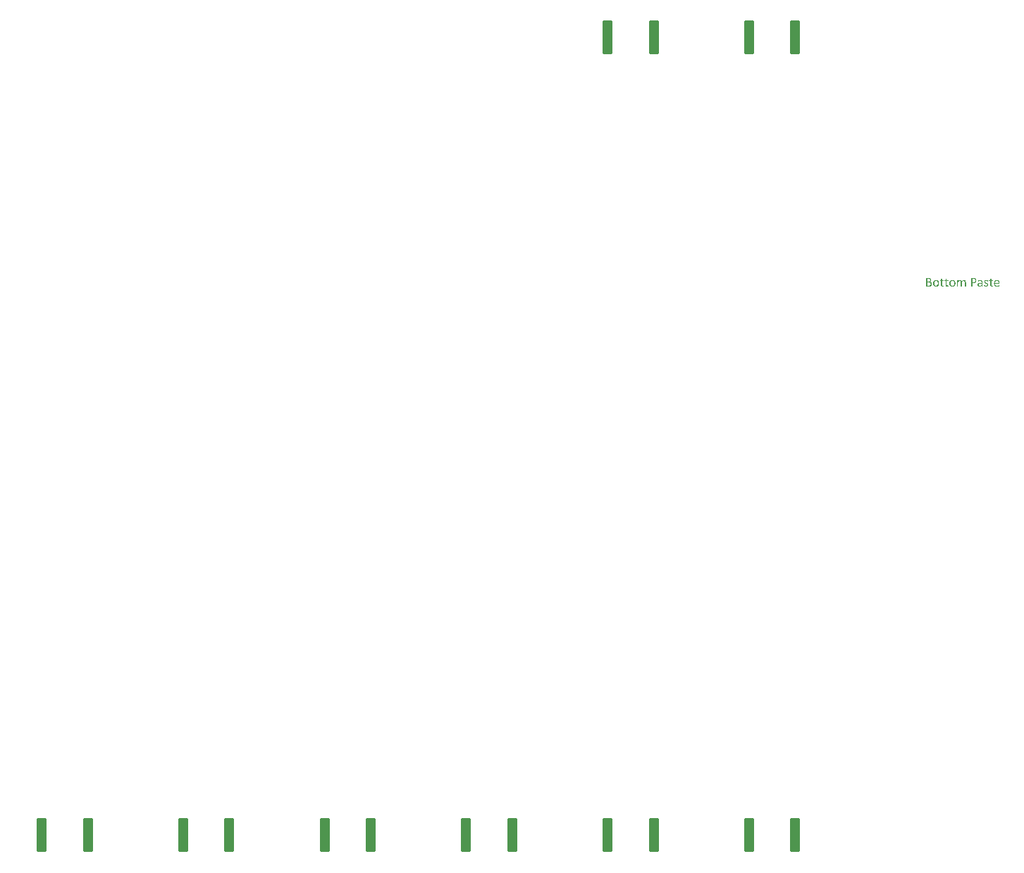
<source format=gbp>
G04*
G04 #@! TF.GenerationSoftware,Altium Limited,Altium Designer,21.2.2 (38)*
G04*
G04 Layer_Color=128*
%FSLAX44Y44*%
%MOMM*%
G71*
G04*
G04 #@! TF.SameCoordinates,2A35CB41-4F08-4B63-A201-FD04A52A5515*
G04*
G04*
G04 #@! TF.FilePolarity,Positive*
G04*
G01*
G75*
G04:AMPARAMS|DCode=118|XSize=1.21mm|YSize=4.06mm|CornerRadius=0.23mm|HoleSize=0mm|Usage=FLASHONLY|Rotation=0.000|XOffset=0mm|YOffset=0mm|HoleType=Round|Shape=RoundedRectangle|*
%AMROUNDEDRECTD118*
21,1,1.2100,3.6000,0,0,0.0*
21,1,0.7500,4.0600,0,0,0.0*
1,1,0.4600,0.3750,-1.8000*
1,1,0.4600,-0.3750,-1.8000*
1,1,0.4600,-0.3750,1.8000*
1,1,0.4600,0.3750,1.8000*
%
%ADD118ROUNDEDRECTD118*%
G36*
X1145458Y687888D02*
X1145625Y687870D01*
X1145810Y687851D01*
X1146014Y687795D01*
X1146199Y687740D01*
X1146384Y687647D01*
X1146403Y687629D01*
X1146458Y687610D01*
X1146551Y687555D01*
X1146662Y687481D01*
X1146773Y687388D01*
X1146903Y687277D01*
X1147032Y687147D01*
X1147143Y686999D01*
X1147162Y686981D01*
X1147199Y686925D01*
X1147236Y686833D01*
X1147310Y686721D01*
X1147384Y686592D01*
X1147439Y686425D01*
X1147514Y686240D01*
X1147569Y686036D01*
Y686018D01*
X1147588Y685944D01*
X1147606Y685833D01*
X1147643Y685685D01*
X1147662Y685518D01*
X1147680Y685333D01*
X1147699Y684888D01*
Y680333D01*
Y680315D01*
Y680296D01*
X1147662Y680222D01*
X1147643Y680204D01*
X1147551Y680148D01*
X1147532D01*
X1147495Y680130D01*
X1147439D01*
X1147347Y680111D01*
X1147254D01*
X1147162Y680093D01*
X1146810D01*
X1146699Y680111D01*
X1146680D01*
X1146625Y680130D01*
X1146551D01*
X1146495Y680148D01*
X1146477D01*
X1146458Y680167D01*
X1146384Y680222D01*
Y680259D01*
X1146366Y680333D01*
Y684703D01*
Y684722D01*
Y684777D01*
Y684870D01*
X1146347Y684981D01*
X1146329Y685259D01*
X1146273Y685536D01*
Y685555D01*
X1146255Y685611D01*
X1146236Y685666D01*
X1146217Y685759D01*
X1146125Y685981D01*
X1146014Y686185D01*
Y686203D01*
X1145977Y686240D01*
X1145903Y686351D01*
X1145754Y686481D01*
X1145569Y686610D01*
X1145551D01*
X1145514Y686629D01*
X1145458Y686666D01*
X1145384Y686684D01*
X1145181Y686740D01*
X1144940Y686759D01*
X1144866D01*
X1144773Y686740D01*
X1144643Y686721D01*
X1144514Y686666D01*
X1144347Y686610D01*
X1144181Y686518D01*
X1144014Y686388D01*
X1143996Y686370D01*
X1143940Y686333D01*
X1143847Y686240D01*
X1143718Y686129D01*
X1143570Y685981D01*
X1143403Y685814D01*
X1143218Y685611D01*
X1143014Y685370D01*
Y680333D01*
Y680315D01*
Y680296D01*
X1142977Y680222D01*
X1142959Y680204D01*
X1142866Y680148D01*
X1142847D01*
X1142810Y680130D01*
X1142755D01*
X1142662Y680111D01*
X1142570D01*
X1142477Y680093D01*
X1142144D01*
X1142033Y680111D01*
X1142014D01*
X1141959Y680130D01*
X1141885D01*
X1141829Y680148D01*
X1141811D01*
X1141792Y680167D01*
X1141718Y680222D01*
Y680259D01*
X1141699Y680333D01*
Y684703D01*
Y684722D01*
Y684777D01*
Y684870D01*
X1141681Y684981D01*
X1141662Y685259D01*
X1141607Y685536D01*
Y685555D01*
X1141588Y685611D01*
X1141570Y685666D01*
X1141533Y685759D01*
X1141459Y685981D01*
X1141329Y686185D01*
Y686203D01*
X1141292Y686240D01*
X1141218Y686351D01*
X1141070Y686481D01*
X1140885Y686610D01*
X1140866D01*
X1140848Y686629D01*
X1140792Y686666D01*
X1140718Y686684D01*
X1140514Y686740D01*
X1140255Y686759D01*
X1140181D01*
X1140088Y686740D01*
X1139959Y686721D01*
X1139829Y686666D01*
X1139663Y686610D01*
X1139496Y686518D01*
X1139329Y686388D01*
X1139311Y686370D01*
X1139255Y686333D01*
X1139163Y686240D01*
X1139033Y686129D01*
X1138885Y685981D01*
X1138718Y685814D01*
X1138533Y685611D01*
X1138329Y685370D01*
Y680333D01*
Y680315D01*
Y680296D01*
X1138292Y680222D01*
X1138274Y680204D01*
X1138181Y680148D01*
X1138163D01*
X1138126Y680130D01*
X1138070D01*
X1137978Y680111D01*
X1137904D01*
X1137792Y680093D01*
X1137441D01*
X1137329Y680111D01*
X1137311D01*
X1137274Y680130D01*
X1137144Y680148D01*
X1137126D01*
X1137107Y680167D01*
X1137033Y680222D01*
Y680259D01*
X1137015Y680333D01*
Y687536D01*
Y687555D01*
Y687573D01*
X1137033Y687647D01*
X1137052Y687666D01*
X1137089Y687703D01*
X1137126Y687721D01*
X1137144D01*
X1137181Y687740D01*
X1137237Y687758D01*
X1137311Y687777D01*
X1137329D01*
X1137385Y687795D01*
X1137792D01*
X1137885Y687777D01*
X1137904D01*
X1137959Y687758D01*
X1138015Y687740D01*
X1138070Y687721D01*
X1138089D01*
X1138107Y687703D01*
X1138144Y687684D01*
X1138163Y687647D01*
X1138181Y687629D01*
X1138200Y687536D01*
Y686592D01*
X1138218Y686629D01*
X1138311Y686703D01*
X1138422Y686814D01*
X1138570Y686962D01*
X1138737Y687129D01*
X1138940Y687296D01*
X1139144Y687444D01*
X1139366Y687573D01*
X1139385Y687592D01*
X1139459Y687629D01*
X1139588Y687684D01*
X1139737Y687740D01*
X1139903Y687795D01*
X1140107Y687851D01*
X1140311Y687888D01*
X1140533Y687907D01*
X1140699D01*
X1140792Y687888D01*
X1141051Y687870D01*
X1141329Y687795D01*
X1141348D01*
X1141385Y687777D01*
X1141459Y687758D01*
X1141551Y687721D01*
X1141755Y687629D01*
X1141959Y687499D01*
X1141977D01*
X1142014Y687462D01*
X1142125Y687370D01*
X1142273Y687240D01*
X1142421Y687055D01*
X1142440Y687036D01*
X1142459Y687018D01*
X1142496Y686962D01*
X1142533Y686888D01*
X1142644Y686703D01*
X1142755Y686481D01*
X1142773Y686499D01*
X1142810Y686555D01*
X1142885Y686610D01*
X1142977Y686703D01*
X1143181Y686925D01*
X1143421Y687129D01*
X1143440Y687147D01*
X1143477Y687185D01*
X1143551Y687222D01*
X1143625Y687296D01*
X1143829Y687425D01*
X1144051Y687573D01*
X1144070D01*
X1144107Y687610D01*
X1144162Y687629D01*
X1144236Y687666D01*
X1144440Y687740D01*
X1144643Y687814D01*
X1144662D01*
X1144699Y687832D01*
X1144755Y687851D01*
X1144829Y687870D01*
X1144995Y687888D01*
X1145218Y687907D01*
X1145329D01*
X1145458Y687888D01*
D02*
G37*
G36*
X1172696Y687888D02*
X1172900Y687851D01*
X1172955D01*
X1173011Y687833D01*
X1173085Y687814D01*
X1173252Y687777D01*
X1173418Y687721D01*
X1173437D01*
X1173455Y687703D01*
X1173567Y687684D01*
X1173696Y687629D01*
X1173826Y687573D01*
X1173863Y687555D01*
X1173918Y687518D01*
X1173992Y687481D01*
X1174066Y687425D01*
X1174085D01*
X1174122Y687388D01*
X1174159Y687351D01*
X1174177Y687314D01*
X1174196Y687277D01*
X1174214Y687203D01*
Y687185D01*
X1174233Y687166D01*
X1174252Y687055D01*
Y687036D01*
X1174270Y686999D01*
Y686925D01*
Y686851D01*
Y686833D01*
Y686759D01*
Y686684D01*
X1174252Y686592D01*
Y686573D01*
X1174233Y686536D01*
X1174196Y686444D01*
X1174177Y686407D01*
X1174140Y686351D01*
X1174122D01*
X1174048Y686333D01*
X1174029D01*
X1173992Y686351D01*
X1173937Y686370D01*
X1173844Y686407D01*
X1173826Y686425D01*
X1173752Y686462D01*
X1173641Y686518D01*
X1173492Y686592D01*
X1173455Y686610D01*
X1173363Y686666D01*
X1173196Y686722D01*
X1172992Y686796D01*
X1172974D01*
X1172937Y686814D01*
X1172881Y686833D01*
X1172807Y686851D01*
X1172585Y686870D01*
X1172326Y686888D01*
X1172215D01*
X1172122Y686870D01*
X1171937Y686851D01*
X1171733Y686796D01*
X1171715D01*
X1171696Y686777D01*
X1171585Y686740D01*
X1171437Y686666D01*
X1171307Y686573D01*
X1171289Y686555D01*
X1171215Y686481D01*
X1171141Y686370D01*
X1171067Y686240D01*
X1171048Y686203D01*
X1171030Y686129D01*
X1171011Y685999D01*
X1170993Y685833D01*
Y685814D01*
Y685777D01*
Y685722D01*
X1171011Y685648D01*
X1171048Y685481D01*
X1171141Y685296D01*
X1171178Y685259D01*
X1171252Y685166D01*
X1171382Y685055D01*
X1171548Y684925D01*
X1171567D01*
X1171604Y684907D01*
X1171641Y684870D01*
X1171715Y684833D01*
X1171900Y684740D01*
X1172141Y684648D01*
X1172159D01*
X1172196Y684629D01*
X1172270Y684592D01*
X1172344Y684574D01*
X1172567Y684481D01*
X1172807Y684389D01*
X1172826D01*
X1172863Y684370D01*
X1172937Y684333D01*
X1173011Y684296D01*
X1173233Y684203D01*
X1173474Y684074D01*
X1173492D01*
X1173529Y684037D01*
X1173585Y684000D01*
X1173678Y683963D01*
X1173863Y683833D01*
X1174066Y683666D01*
X1174085Y683648D01*
X1174103Y683629D01*
X1174159Y683574D01*
X1174214Y683518D01*
X1174344Y683333D01*
X1174474Y683092D01*
Y683074D01*
X1174492Y683037D01*
X1174529Y682963D01*
X1174566Y682870D01*
X1174585Y682759D01*
X1174622Y682611D01*
X1174640Y682296D01*
Y682278D01*
Y682204D01*
X1174622Y682092D01*
Y681963D01*
X1174585Y681815D01*
X1174548Y681648D01*
X1174492Y681481D01*
X1174418Y681315D01*
Y681296D01*
X1174381Y681241D01*
X1174326Y681167D01*
X1174270Y681074D01*
X1174085Y680833D01*
X1173844Y680593D01*
X1173826Y680574D01*
X1173770Y680537D01*
X1173696Y680500D01*
X1173604Y680426D01*
X1173474Y680352D01*
X1173307Y680278D01*
X1173141Y680204D01*
X1172955Y680148D01*
X1172937D01*
X1172863Y680130D01*
X1172752Y680111D01*
X1172622Y680074D01*
X1172456Y680056D01*
X1172252Y680018D01*
X1172030Y680000D01*
X1171659D01*
X1171567Y680018D01*
X1171326Y680037D01*
X1171067Y680074D01*
X1171048D01*
X1171011Y680093D01*
X1170956D01*
X1170863Y680111D01*
X1170678Y680148D01*
X1170456Y680204D01*
X1170437D01*
X1170419Y680222D01*
X1170289Y680259D01*
X1170141Y680315D01*
X1169974Y680389D01*
X1169937Y680407D01*
X1169863Y680463D01*
X1169771Y680518D01*
X1169697Y680574D01*
X1169678Y680592D01*
X1169660Y680630D01*
X1169622Y680704D01*
X1169585Y680796D01*
Y680815D01*
X1169567Y680907D01*
X1169548Y681018D01*
Y681185D01*
Y681204D01*
Y681278D01*
Y681352D01*
Y681444D01*
Y681463D01*
X1169567Y681500D01*
Y681555D01*
X1169585Y681611D01*
Y681629D01*
X1169604Y681648D01*
X1169641Y681685D01*
X1169660Y681703D01*
X1169678D01*
X1169697Y681722D01*
X1169771Y681741D01*
X1169789D01*
X1169826Y681722D01*
X1169900Y681703D01*
X1170011Y681629D01*
X1170048Y681611D01*
X1170141Y681555D01*
X1170270Y681481D01*
X1170437Y681389D01*
X1170456D01*
X1170493Y681370D01*
X1170530Y681352D01*
X1170604Y681315D01*
X1170789Y681241D01*
X1171030Y681148D01*
X1171048D01*
X1171085Y681130D01*
X1171159Y681111D01*
X1171270D01*
X1171382Y681093D01*
X1171530Y681074D01*
X1171844Y681056D01*
X1172048D01*
X1172233Y681074D01*
X1172437Y681111D01*
X1172456D01*
X1172493Y681130D01*
X1172604Y681167D01*
X1172752Y681222D01*
X1172918Y681315D01*
X1172937D01*
X1172955Y681333D01*
X1173029Y681426D01*
X1173141Y681537D01*
X1173233Y681685D01*
Y681704D01*
X1173252Y681722D01*
X1173289Y681833D01*
X1173326Y682000D01*
X1173344Y682204D01*
Y682222D01*
Y682259D01*
Y682315D01*
X1173326Y682370D01*
X1173270Y682537D01*
X1173178Y682703D01*
Y682722D01*
X1173159Y682740D01*
X1173066Y682833D01*
X1172937Y682963D01*
X1172770Y683074D01*
X1172752D01*
X1172733Y683111D01*
X1172678Y683129D01*
X1172604Y683166D01*
X1172418Y683259D01*
X1172196Y683352D01*
X1172178D01*
X1172141Y683370D01*
X1172085Y683407D01*
X1171993Y683426D01*
X1171789Y683518D01*
X1171530Y683611D01*
X1171511D01*
X1171474Y683629D01*
X1171400Y683666D01*
X1171326Y683703D01*
X1171104Y683814D01*
X1170863Y683925D01*
X1170844D01*
X1170807Y683963D01*
X1170752Y684000D01*
X1170678Y684037D01*
X1170493Y684166D01*
X1170289Y684333D01*
X1170270Y684351D01*
X1170252Y684388D01*
X1170196Y684426D01*
X1170141Y684500D01*
X1170011Y684685D01*
X1169882Y684925D01*
Y684944D01*
X1169863Y684981D01*
X1169845Y685055D01*
X1169808Y685166D01*
X1169789Y685277D01*
X1169752Y685425D01*
X1169734Y685759D01*
Y685777D01*
Y685833D01*
Y685907D01*
X1169752Y686018D01*
X1169789Y686277D01*
X1169882Y686573D01*
Y686592D01*
X1169919Y686647D01*
X1169956Y686721D01*
X1170011Y686814D01*
X1170159Y687036D01*
X1170363Y687259D01*
X1170382Y687277D01*
X1170419Y687314D01*
X1170493Y687370D01*
X1170585Y687425D01*
X1170715Y687499D01*
X1170844Y687573D01*
X1171178Y687721D01*
X1171196D01*
X1171270Y687758D01*
X1171363Y687777D01*
X1171511Y687814D01*
X1171678Y687851D01*
X1171881Y687870D01*
X1172104Y687907D01*
X1172511D01*
X1172696Y687888D01*
D02*
G37*
G36*
X1103407Y690480D02*
X1103648Y690462D01*
X1103907Y690425D01*
X1104148Y690369D01*
X1104388Y690314D01*
X1104407D01*
X1104481Y690277D01*
X1104592Y690240D01*
X1104740Y690184D01*
X1105055Y690017D01*
X1105222Y689906D01*
X1105370Y689795D01*
X1105388Y689777D01*
X1105444Y689740D01*
X1105518Y689666D01*
X1105592Y689573D01*
X1105703Y689444D01*
X1105796Y689295D01*
X1105888Y689147D01*
X1105981Y688962D01*
X1105999Y688943D01*
X1106018Y688869D01*
X1106055Y688777D01*
X1106092Y688647D01*
X1106129Y688481D01*
X1106148Y688295D01*
X1106185Y688092D01*
Y687870D01*
Y687851D01*
Y687814D01*
Y687740D01*
X1106166Y687647D01*
X1106148Y687425D01*
X1106092Y687166D01*
Y687147D01*
X1106074Y687110D01*
X1106055Y687036D01*
X1106018Y686962D01*
X1105944Y686759D01*
X1105814Y686536D01*
Y686518D01*
X1105777Y686499D01*
X1105703Y686370D01*
X1105574Y686203D01*
X1105388Y686036D01*
X1105370D01*
X1105351Y685999D01*
X1105296Y685962D01*
X1105222Y685907D01*
X1105036Y685796D01*
X1104796Y685666D01*
X1104814D01*
X1104870Y685648D01*
X1104944Y685629D01*
X1105055Y685611D01*
X1105314Y685518D01*
X1105592Y685370D01*
X1105611D01*
X1105648Y685333D01*
X1105722Y685296D01*
X1105814Y685222D01*
X1106018Y685055D01*
X1106222Y684833D01*
X1106240Y684814D01*
X1106277Y684777D01*
X1106314Y684703D01*
X1106388Y684611D01*
X1106444Y684500D01*
X1106518Y684370D01*
X1106666Y684055D01*
Y684037D01*
X1106684Y683981D01*
X1106721Y683888D01*
X1106759Y683777D01*
X1106777Y683629D01*
X1106814Y683481D01*
X1106833Y683111D01*
Y683092D01*
Y683018D01*
Y682926D01*
X1106814Y682814D01*
X1106796Y682666D01*
X1106777Y682518D01*
X1106703Y682204D01*
Y682185D01*
X1106684Y682129D01*
X1106647Y682055D01*
X1106610Y681963D01*
X1106499Y681722D01*
X1106351Y681463D01*
X1106333Y681444D01*
X1106314Y681407D01*
X1106259Y681352D01*
X1106203Y681259D01*
X1106036Y681074D01*
X1105814Y680889D01*
X1105796Y680870D01*
X1105759Y680852D01*
X1105685Y680796D01*
X1105611Y680741D01*
X1105499Y680685D01*
X1105370Y680611D01*
X1105092Y680481D01*
X1105074D01*
X1105018Y680463D01*
X1104944Y680426D01*
X1104833Y680389D01*
X1104722Y680352D01*
X1104574Y680296D01*
X1104240Y680222D01*
X1104222D01*
X1104166Y680204D01*
X1104074D01*
X1103944Y680185D01*
X1103796Y680167D01*
X1103611D01*
X1103426Y680148D01*
X1100463D01*
X1100389Y680167D01*
X1100278Y680204D01*
X1100148Y680259D01*
X1100130Y680278D01*
X1100074Y680370D01*
X1100018Y680500D01*
X1100000Y680704D01*
Y689925D01*
Y689943D01*
Y689980D01*
X1100018Y690092D01*
X1100056Y690240D01*
X1100148Y690369D01*
X1100185Y690388D01*
X1100259Y690443D01*
X1100370Y690480D01*
X1100500Y690499D01*
X1103203D01*
X1103407Y690480D01*
D02*
G37*
G36*
X1165308Y687888D02*
X1165512Y687870D01*
X1165734Y687832D01*
X1165956Y687777D01*
X1166160Y687721D01*
X1166178D01*
X1166252Y687684D01*
X1166345Y687647D01*
X1166475Y687592D01*
X1166771Y687425D01*
X1166919Y687314D01*
X1167049Y687203D01*
X1167067Y687185D01*
X1167104Y687147D01*
X1167160Y687073D01*
X1167234Y686981D01*
X1167308Y686851D01*
X1167400Y686703D01*
X1167475Y686536D01*
X1167530Y686351D01*
Y686333D01*
X1167549Y686259D01*
X1167586Y686166D01*
X1167623Y686018D01*
X1167641Y685851D01*
X1167678Y685648D01*
X1167697Y685425D01*
Y685185D01*
Y680315D01*
Y680296D01*
Y680259D01*
X1167660Y680222D01*
X1167623Y680185D01*
X1167604D01*
X1167586Y680167D01*
X1167530Y680148D01*
X1167438Y680130D01*
X1167419D01*
X1167363Y680111D01*
X1167252Y680093D01*
X1167012D01*
X1166900Y680111D01*
X1166789Y680130D01*
X1166771D01*
X1166715Y680148D01*
X1166660Y680167D01*
X1166604Y680185D01*
X1166586Y680222D01*
X1166567Y680259D01*
X1166549Y680315D01*
Y681037D01*
X1166530Y681018D01*
X1166475Y680963D01*
X1166364Y680870D01*
X1166252Y680759D01*
X1166086Y680630D01*
X1165901Y680500D01*
X1165715Y680370D01*
X1165493Y680259D01*
X1165475Y680241D01*
X1165401Y680222D01*
X1165271Y680185D01*
X1165123Y680130D01*
X1164938Y680074D01*
X1164734Y680037D01*
X1164512Y680018D01*
X1164271Y680000D01*
X1164067D01*
X1163919Y680018D01*
X1163771Y680037D01*
X1163586Y680056D01*
X1163234Y680148D01*
X1163216D01*
X1163160Y680167D01*
X1163067Y680204D01*
X1162975Y680241D01*
X1162716Y680370D01*
X1162457Y680555D01*
X1162438Y680574D01*
X1162401Y680611D01*
X1162345Y680667D01*
X1162271Y680759D01*
X1162197Y680852D01*
X1162105Y680981D01*
X1161957Y681259D01*
Y681278D01*
X1161938Y681333D01*
X1161901Y681407D01*
X1161882Y681537D01*
X1161845Y681666D01*
X1161808Y681815D01*
X1161790Y682185D01*
Y682204D01*
Y682278D01*
X1161808Y682389D01*
X1161827Y682537D01*
X1161845Y682703D01*
X1161901Y682870D01*
X1161957Y683055D01*
X1162031Y683222D01*
X1162049Y683240D01*
X1162068Y683296D01*
X1162123Y683389D01*
X1162216Y683500D01*
X1162308Y683611D01*
X1162438Y683740D01*
X1162568Y683870D01*
X1162734Y683981D01*
X1162753Y684000D01*
X1162827Y684037D01*
X1162919Y684092D01*
X1163049Y684148D01*
X1163216Y684222D01*
X1163401Y684296D01*
X1163623Y684370D01*
X1163864Y684426D01*
X1163901D01*
X1163993Y684444D01*
X1164123Y684481D01*
X1164308Y684500D01*
X1164530Y684537D01*
X1164790Y684555D01*
X1165086Y684574D01*
X1166382D01*
Y685129D01*
Y685148D01*
Y685203D01*
Y685277D01*
X1166364Y685370D01*
X1166345Y685611D01*
X1166289Y685851D01*
Y685870D01*
X1166271Y685907D01*
X1166252Y685962D01*
X1166215Y686036D01*
X1166123Y686222D01*
X1165993Y686388D01*
Y686407D01*
X1165956Y686425D01*
X1165864Y686518D01*
X1165697Y686629D01*
X1165493Y686721D01*
X1165475D01*
X1165438Y686740D01*
X1165364Y686759D01*
X1165290Y686777D01*
X1165178Y686796D01*
X1165049Y686814D01*
X1164734Y686833D01*
X1164549D01*
X1164438Y686814D01*
X1164141Y686777D01*
X1163845Y686703D01*
X1163827D01*
X1163790Y686684D01*
X1163716Y686666D01*
X1163623Y686629D01*
X1163401Y686555D01*
X1163179Y686444D01*
X1163160D01*
X1163123Y686425D01*
X1163067Y686407D01*
X1163012Y686370D01*
X1162845Y686296D01*
X1162679Y686203D01*
X1162642Y686185D01*
X1162568Y686148D01*
X1162475Y686111D01*
X1162401Y686092D01*
X1162364D01*
X1162271Y686111D01*
X1162253Y686129D01*
X1162197Y686203D01*
Y686222D01*
X1162179Y686259D01*
X1162142Y686370D01*
Y686388D01*
Y686444D01*
Y686518D01*
Y686592D01*
Y686610D01*
Y686629D01*
Y686703D01*
Y686814D01*
X1162160Y686907D01*
Y686925D01*
X1162197Y686981D01*
X1162234Y687055D01*
X1162290Y687129D01*
X1162308Y687147D01*
X1162382Y687203D01*
X1162494Y687277D01*
X1162660Y687370D01*
X1162679D01*
X1162716Y687388D01*
X1162771Y687425D01*
X1162845Y687462D01*
X1163030Y687536D01*
X1163271Y687629D01*
X1163290D01*
X1163327Y687647D01*
X1163401Y687666D01*
X1163493Y687703D01*
X1163605Y687721D01*
X1163734Y687758D01*
X1164030Y687814D01*
X1164049D01*
X1164105Y687832D01*
X1164178Y687851D01*
X1164290Y687870D01*
X1164401D01*
X1164549Y687888D01*
X1164845Y687907D01*
X1165123D01*
X1165308Y687888D01*
D02*
G37*
G36*
X1157124Y690480D02*
X1157346Y690462D01*
X1157402D01*
X1157476Y690443D01*
X1157550Y690425D01*
X1157661Y690406D01*
X1157790Y690388D01*
X1158087Y690332D01*
X1158105D01*
X1158161Y690314D01*
X1158253Y690295D01*
X1158346Y690258D01*
X1158475Y690221D01*
X1158624Y690166D01*
X1158938Y689999D01*
X1158957Y689980D01*
X1159012Y689962D01*
X1159087Y689906D01*
X1159198Y689832D01*
X1159438Y689629D01*
X1159679Y689369D01*
X1159697Y689351D01*
X1159735Y689314D01*
X1159790Y689221D01*
X1159864Y689129D01*
X1159938Y688999D01*
X1160012Y688851D01*
X1160160Y688518D01*
Y688499D01*
X1160179Y688425D01*
X1160216Y688333D01*
X1160253Y688203D01*
X1160272Y688055D01*
X1160309Y687870D01*
X1160327Y687462D01*
Y687425D01*
Y687333D01*
X1160309Y687185D01*
X1160290Y686999D01*
X1160272Y686777D01*
X1160216Y686536D01*
X1160160Y686296D01*
X1160068Y686055D01*
X1160049Y686036D01*
X1160012Y685944D01*
X1159957Y685833D01*
X1159883Y685685D01*
X1159772Y685518D01*
X1159642Y685333D01*
X1159494Y685148D01*
X1159327Y684981D01*
X1159309Y684962D01*
X1159235Y684907D01*
X1159142Y684833D01*
X1158994Y684722D01*
X1158827Y684611D01*
X1158624Y684500D01*
X1158401Y684388D01*
X1158142Y684296D01*
X1158105D01*
X1158012Y684259D01*
X1157883Y684222D01*
X1157679Y684185D01*
X1157439Y684148D01*
X1157161Y684111D01*
X1156846Y684092D01*
X1156494Y684074D01*
X1155328D01*
Y680333D01*
Y680296D01*
X1155291Y680222D01*
X1155254Y680204D01*
X1155217Y680185D01*
X1155161Y680167D01*
X1155142D01*
X1155105Y680148D01*
X1155050D01*
X1154957Y680130D01*
X1154939D01*
X1154865Y680111D01*
X1154772Y680093D01*
X1154531D01*
X1154420Y680111D01*
X1154309Y680130D01*
X1154291D01*
X1154235Y680148D01*
X1154087Y680167D01*
X1154069D01*
X1154050Y680185D01*
X1153976Y680222D01*
Y680241D01*
Y680259D01*
X1153957Y680333D01*
Y689906D01*
Y689925D01*
Y689962D01*
X1153976Y690073D01*
X1154031Y690221D01*
X1154124Y690351D01*
X1154161Y690369D01*
X1154235Y690425D01*
X1154346Y690480D01*
X1154494Y690499D01*
X1156920D01*
X1157124Y690480D01*
D02*
G37*
G36*
X1177807Y689703D02*
X1177825D01*
X1177881Y689684D01*
X1177955Y689666D01*
X1178010Y689647D01*
X1178029D01*
X1178047Y689629D01*
X1178121Y689555D01*
X1178140Y689536D01*
X1178159Y689462D01*
Y687758D01*
X1180029D01*
X1180103Y687721D01*
X1180121D01*
X1180140Y687703D01*
X1180195Y687610D01*
Y687592D01*
X1180214Y687573D01*
X1180232Y687518D01*
X1180251Y687444D01*
Y687425D01*
X1180269Y687388D01*
Y687296D01*
Y687203D01*
Y687185D01*
Y687147D01*
Y687036D01*
X1180232Y686907D01*
X1180195Y686777D01*
X1180177Y686759D01*
X1180140Y686722D01*
X1180084Y686684D01*
X1179992Y686666D01*
X1178159D01*
Y682648D01*
Y682611D01*
Y682518D01*
X1178177Y682389D01*
Y682222D01*
X1178251Y681852D01*
X1178288Y681685D01*
X1178362Y681518D01*
X1178381Y681500D01*
X1178399Y681463D01*
X1178455Y681407D01*
X1178547Y681333D01*
X1178659Y681259D01*
X1178788Y681204D01*
X1178955Y681167D01*
X1179158Y681148D01*
X1179362D01*
X1179473Y681167D01*
X1179492D01*
X1179566Y681185D01*
X1179640Y681222D01*
X1179733Y681241D01*
X1179751Y681259D01*
X1179807Y681278D01*
X1179918Y681333D01*
X1179936D01*
X1179973Y681352D01*
X1180084Y681370D01*
X1180103D01*
X1180158Y681333D01*
X1180177Y681315D01*
X1180214Y681259D01*
Y681241D01*
X1180232Y681222D01*
X1180251Y681111D01*
Y681093D01*
X1180269Y681056D01*
Y680963D01*
Y680870D01*
Y680833D01*
Y680741D01*
X1180251Y680630D01*
X1180232Y680500D01*
Y680481D01*
X1180214Y680426D01*
X1180177Y680352D01*
X1180121Y680296D01*
X1180103D01*
X1180084Y680259D01*
X1180029Y680222D01*
X1179936Y680185D01*
X1179918D01*
X1179844Y680167D01*
X1179751Y680148D01*
X1179640Y680111D01*
X1179621D01*
X1179547Y680093D01*
X1179436Y680074D01*
X1179307Y680056D01*
X1179270D01*
X1179195Y680037D01*
X1179066Y680019D01*
X1178733D01*
X1178603Y680037D01*
X1178455Y680056D01*
X1178288Y680074D01*
X1177973Y680148D01*
X1177955D01*
X1177918Y680185D01*
X1177844Y680204D01*
X1177751Y680259D01*
X1177529Y680407D01*
X1177325Y680593D01*
X1177307Y680611D01*
X1177288Y680648D01*
X1177233Y680722D01*
X1177177Y680815D01*
X1177122Y680926D01*
X1177066Y681056D01*
X1176955Y681370D01*
Y681389D01*
X1176936Y681444D01*
X1176918Y681555D01*
X1176899Y681685D01*
X1176881Y681833D01*
X1176862Y682018D01*
X1176844Y682222D01*
Y682444D01*
Y686666D01*
X1175807D01*
X1175751Y686684D01*
X1175677Y686722D01*
X1175622Y686777D01*
Y686796D01*
X1175603Y686888D01*
X1175585Y687018D01*
X1175566Y687203D01*
Y687222D01*
Y687296D01*
Y687370D01*
X1175585Y687444D01*
Y687462D01*
X1175603Y687499D01*
Y687555D01*
X1175622Y687610D01*
Y687629D01*
X1175640Y687647D01*
X1175714Y687721D01*
X1175733D01*
X1175751Y687740D01*
X1175826Y687758D01*
X1176844D01*
Y689462D01*
Y689481D01*
Y689499D01*
X1176862Y689555D01*
Y689573D01*
X1176899Y689592D01*
X1176973Y689647D01*
X1176992D01*
X1177029Y689666D01*
X1177085Y689684D01*
X1177159Y689703D01*
X1177177D01*
X1177251Y689721D01*
X1177714D01*
X1177807Y689703D01*
D02*
G37*
G36*
X1124164Y689703D02*
X1124183D01*
X1124238Y689684D01*
X1124312Y689666D01*
X1124368Y689647D01*
X1124386D01*
X1124405Y689629D01*
X1124479Y689555D01*
X1124498Y689536D01*
X1124516Y689462D01*
Y687758D01*
X1126386D01*
X1126460Y687721D01*
X1126479D01*
X1126497Y687703D01*
X1126553Y687610D01*
Y687592D01*
X1126571Y687573D01*
X1126590Y687518D01*
X1126608Y687444D01*
Y687425D01*
X1126627Y687388D01*
Y687296D01*
Y687203D01*
Y687185D01*
Y687147D01*
Y687036D01*
X1126590Y686907D01*
X1126553Y686777D01*
X1126534Y686759D01*
X1126497Y686721D01*
X1126442Y686684D01*
X1126349Y686666D01*
X1124516D01*
Y682648D01*
Y682611D01*
Y682518D01*
X1124535Y682389D01*
Y682222D01*
X1124609Y681852D01*
X1124646Y681685D01*
X1124720Y681518D01*
X1124738Y681500D01*
X1124757Y681463D01*
X1124812Y681407D01*
X1124905Y681333D01*
X1125016Y681259D01*
X1125146Y681204D01*
X1125312Y681167D01*
X1125516Y681148D01*
X1125720D01*
X1125831Y681167D01*
X1125849D01*
X1125923Y681185D01*
X1125997Y681222D01*
X1126090Y681241D01*
X1126108Y681259D01*
X1126164Y681278D01*
X1126275Y681333D01*
X1126294D01*
X1126331Y681352D01*
X1126442Y681370D01*
X1126460D01*
X1126516Y681333D01*
X1126534Y681315D01*
X1126571Y681259D01*
Y681241D01*
X1126590Y681222D01*
X1126608Y681111D01*
Y681093D01*
X1126627Y681056D01*
Y680963D01*
Y680870D01*
Y680833D01*
Y680741D01*
X1126608Y680630D01*
X1126590Y680500D01*
Y680481D01*
X1126571Y680426D01*
X1126534Y680352D01*
X1126479Y680296D01*
X1126460D01*
X1126442Y680259D01*
X1126386Y680222D01*
X1126294Y680185D01*
X1126275D01*
X1126201Y680167D01*
X1126108Y680148D01*
X1125997Y680111D01*
X1125979D01*
X1125905Y680093D01*
X1125794Y680074D01*
X1125664Y680056D01*
X1125627D01*
X1125553Y680037D01*
X1125423Y680018D01*
X1125090D01*
X1124960Y680037D01*
X1124812Y680056D01*
X1124646Y680074D01*
X1124331Y680148D01*
X1124312D01*
X1124275Y680185D01*
X1124201Y680204D01*
X1124109Y680259D01*
X1123886Y680407D01*
X1123683Y680592D01*
X1123664Y680611D01*
X1123646Y680648D01*
X1123590Y680722D01*
X1123535Y680815D01*
X1123479Y680926D01*
X1123423Y681056D01*
X1123312Y681370D01*
Y681389D01*
X1123294Y681444D01*
X1123275Y681555D01*
X1123257Y681685D01*
X1123238Y681833D01*
X1123220Y682018D01*
X1123201Y682222D01*
Y682444D01*
Y686666D01*
X1122164D01*
X1122109Y686684D01*
X1122035Y686721D01*
X1121979Y686777D01*
Y686796D01*
X1121961Y686888D01*
X1121942Y687018D01*
X1121924Y687203D01*
Y687222D01*
Y687296D01*
Y687370D01*
X1121942Y687444D01*
Y687462D01*
X1121961Y687499D01*
Y687555D01*
X1121979Y687610D01*
Y687629D01*
X1121998Y687647D01*
X1122072Y687721D01*
X1122090D01*
X1122109Y687740D01*
X1122183Y687758D01*
X1123201D01*
Y689462D01*
Y689481D01*
Y689499D01*
X1123220Y689555D01*
Y689573D01*
X1123257Y689592D01*
X1123331Y689647D01*
X1123349D01*
X1123387Y689666D01*
X1123442Y689684D01*
X1123516Y689703D01*
X1123535D01*
X1123609Y689721D01*
X1124072D01*
X1124164Y689703D01*
D02*
G37*
G36*
X1118683D02*
X1118702D01*
X1118757Y689684D01*
X1118831Y689666D01*
X1118887Y689647D01*
X1118905D01*
X1118924Y689629D01*
X1118998Y689555D01*
X1119017Y689536D01*
X1119035Y689462D01*
Y687758D01*
X1120905D01*
X1120979Y687721D01*
X1120998D01*
X1121016Y687703D01*
X1121072Y687610D01*
Y687592D01*
X1121090Y687573D01*
X1121109Y687518D01*
X1121127Y687444D01*
Y687425D01*
X1121146Y687388D01*
Y687296D01*
Y687203D01*
Y687185D01*
Y687147D01*
Y687036D01*
X1121109Y686907D01*
X1121072Y686777D01*
X1121053Y686759D01*
X1121016Y686721D01*
X1120961Y686684D01*
X1120868Y686666D01*
X1119035D01*
Y682648D01*
Y682611D01*
Y682518D01*
X1119054Y682389D01*
Y682222D01*
X1119128Y681852D01*
X1119165Y681685D01*
X1119239Y681518D01*
X1119257Y681500D01*
X1119276Y681463D01*
X1119331Y681407D01*
X1119424Y681333D01*
X1119535Y681259D01*
X1119665Y681204D01*
X1119831Y681167D01*
X1120035Y681148D01*
X1120239D01*
X1120350Y681167D01*
X1120368D01*
X1120442Y681185D01*
X1120516Y681222D01*
X1120609Y681241D01*
X1120628Y681259D01*
X1120683Y681278D01*
X1120794Y681333D01*
X1120813D01*
X1120850Y681352D01*
X1120961Y681370D01*
X1120979D01*
X1121035Y681333D01*
X1121053Y681315D01*
X1121090Y681259D01*
Y681241D01*
X1121109Y681222D01*
X1121127Y681111D01*
Y681093D01*
X1121146Y681056D01*
Y680963D01*
Y680870D01*
Y680833D01*
Y680741D01*
X1121127Y680630D01*
X1121109Y680500D01*
Y680481D01*
X1121090Y680426D01*
X1121053Y680352D01*
X1120998Y680296D01*
X1120979D01*
X1120961Y680259D01*
X1120905Y680222D01*
X1120813Y680185D01*
X1120794D01*
X1120720Y680167D01*
X1120628Y680148D01*
X1120516Y680111D01*
X1120498D01*
X1120424Y680093D01*
X1120313Y680074D01*
X1120183Y680056D01*
X1120146D01*
X1120072Y680037D01*
X1119942Y680018D01*
X1119609D01*
X1119480Y680037D01*
X1119331Y680056D01*
X1119165Y680074D01*
X1118850Y680148D01*
X1118831D01*
X1118794Y680185D01*
X1118720Y680204D01*
X1118628Y680259D01*
X1118406Y680407D01*
X1118202Y680592D01*
X1118183Y680611D01*
X1118165Y680648D01*
X1118109Y680722D01*
X1118054Y680815D01*
X1117998Y680926D01*
X1117943Y681056D01*
X1117831Y681370D01*
Y681389D01*
X1117813Y681444D01*
X1117794Y681555D01*
X1117776Y681685D01*
X1117757Y681833D01*
X1117739Y682018D01*
X1117720Y682222D01*
Y682444D01*
Y686666D01*
X1116684D01*
X1116628Y686684D01*
X1116554Y686721D01*
X1116498Y686777D01*
Y686796D01*
X1116480Y686888D01*
X1116461Y687018D01*
X1116443Y687203D01*
Y687222D01*
Y687296D01*
Y687370D01*
X1116461Y687444D01*
Y687462D01*
X1116480Y687499D01*
Y687555D01*
X1116498Y687610D01*
Y687629D01*
X1116517Y687647D01*
X1116591Y687721D01*
X1116609D01*
X1116628Y687740D01*
X1116702Y687758D01*
X1117720D01*
Y689462D01*
Y689481D01*
Y689499D01*
X1117739Y689555D01*
Y689573D01*
X1117776Y689592D01*
X1117850Y689647D01*
X1117868D01*
X1117906Y689666D01*
X1117961Y689684D01*
X1118035Y689703D01*
X1118054D01*
X1118128Y689721D01*
X1118591D01*
X1118683Y689703D01*
D02*
G37*
G36*
X1185269Y687888D02*
X1185473Y687870D01*
X1185695Y687833D01*
X1185936Y687795D01*
X1186176Y687721D01*
X1186417Y687629D01*
X1186435Y687610D01*
X1186528Y687573D01*
X1186639Y687518D01*
X1186769Y687425D01*
X1186917Y687333D01*
X1187084Y687203D01*
X1187250Y687055D01*
X1187398Y686888D01*
X1187417Y686870D01*
X1187454Y686814D01*
X1187528Y686703D01*
X1187621Y686573D01*
X1187713Y686425D01*
X1187806Y686240D01*
X1187898Y686036D01*
X1187972Y685814D01*
Y685796D01*
X1188009Y685703D01*
X1188028Y685592D01*
X1188065Y685425D01*
X1188102Y685222D01*
X1188120Y684999D01*
X1188158Y684759D01*
Y684500D01*
Y684259D01*
Y684240D01*
Y684203D01*
X1188139Y684092D01*
X1188083Y683944D01*
X1187991Y683814D01*
X1187972Y683796D01*
X1187898Y683759D01*
X1187787Y683703D01*
X1187639Y683685D01*
X1182899D01*
Y683666D01*
Y683574D01*
Y683463D01*
X1182917Y683315D01*
Y683148D01*
X1182954Y682963D01*
X1183010Y682592D01*
Y682574D01*
X1183028Y682518D01*
X1183065Y682426D01*
X1183102Y682315D01*
X1183232Y682037D01*
X1183417Y681759D01*
X1183436Y681741D01*
X1183473Y681704D01*
X1183528Y681648D01*
X1183621Y681574D01*
X1183714Y681481D01*
X1183843Y681407D01*
X1184139Y681241D01*
X1184158D01*
X1184213Y681222D01*
X1184325Y681185D01*
X1184454Y681167D01*
X1184621Y681130D01*
X1184806Y681093D01*
X1185010Y681074D01*
X1185436D01*
X1185565Y681093D01*
X1185862Y681111D01*
X1186158Y681148D01*
X1186176D01*
X1186232Y681167D01*
X1186306Y681185D01*
X1186398Y681204D01*
X1186621Y681259D01*
X1186861Y681333D01*
X1186880D01*
X1186917Y681352D01*
X1187028Y681407D01*
X1187195Y681463D01*
X1187343Y681518D01*
X1187361D01*
X1187380Y681537D01*
X1187454Y681574D01*
X1187546Y681592D01*
X1187639Y681611D01*
X1187676D01*
X1187732Y681574D01*
X1187750D01*
X1187769Y681555D01*
X1187806Y681481D01*
Y681463D01*
X1187824Y681444D01*
X1187843Y681333D01*
Y681315D01*
X1187861Y681278D01*
Y681185D01*
Y681093D01*
Y681074D01*
Y681037D01*
X1187843Y680907D01*
Y680889D01*
Y680870D01*
X1187824Y680759D01*
X1187806Y680722D01*
X1187769Y680648D01*
X1187750Y680630D01*
X1187713Y680574D01*
X1187676Y680537D01*
X1187583Y680500D01*
X1187454Y680426D01*
X1187435D01*
X1187417Y680407D01*
X1187361Y680389D01*
X1187306Y680370D01*
X1187121Y680315D01*
X1186880Y680241D01*
X1186861D01*
X1186824Y680222D01*
X1186750Y680204D01*
X1186658Y680185D01*
X1186547Y680167D01*
X1186398Y680130D01*
X1186084Y680074D01*
X1186065D01*
X1186010Y680056D01*
X1185917D01*
X1185806Y680037D01*
X1185658Y680019D01*
X1185491D01*
X1185121Y680000D01*
X1184973D01*
X1184806Y680019D01*
X1184602Y680037D01*
X1184343Y680056D01*
X1184084Y680111D01*
X1183825Y680167D01*
X1183565Y680241D01*
X1183528Y680259D01*
X1183454Y680278D01*
X1183325Y680352D01*
X1183177Y680426D01*
X1182991Y680518D01*
X1182806Y680648D01*
X1182621Y680796D01*
X1182436Y680963D01*
X1182417Y680981D01*
X1182362Y681056D01*
X1182288Y681167D01*
X1182177Y681296D01*
X1182066Y681481D01*
X1181954Y681685D01*
X1181843Y681926D01*
X1181751Y682185D01*
Y682222D01*
X1181714Y682315D01*
X1181677Y682463D01*
X1181640Y682685D01*
X1181603Y682926D01*
X1181566Y683222D01*
X1181547Y683555D01*
X1181529Y683907D01*
Y683926D01*
Y683944D01*
Y684055D01*
X1181547Y684240D01*
X1181566Y684463D01*
X1181584Y684722D01*
X1181621Y684999D01*
X1181677Y685296D01*
X1181751Y685574D01*
X1181769Y685611D01*
X1181788Y685703D01*
X1181843Y685833D01*
X1181936Y686018D01*
X1182029Y686203D01*
X1182140Y686425D01*
X1182288Y686629D01*
X1182436Y686833D01*
X1182454Y686851D01*
X1182510Y686925D01*
X1182621Y687018D01*
X1182751Y687129D01*
X1182899Y687259D01*
X1183084Y687388D01*
X1183306Y687518D01*
X1183528Y687629D01*
X1183565Y687647D01*
X1183640Y687666D01*
X1183769Y687721D01*
X1183954Y687777D01*
X1184158Y687814D01*
X1184417Y687870D01*
X1184676Y687888D01*
X1184973Y687907D01*
X1185121D01*
X1185269Y687888D01*
D02*
G37*
G36*
X1131849Y687888D02*
X1132052Y687870D01*
X1132293Y687832D01*
X1132552Y687795D01*
X1132811Y687721D01*
X1133071Y687629D01*
X1133108Y687610D01*
X1133182Y687573D01*
X1133311Y687518D01*
X1133459Y687444D01*
X1133645Y687333D01*
X1133830Y687203D01*
X1134015Y687055D01*
X1134182Y686870D01*
X1134200Y686851D01*
X1134256Y686777D01*
X1134330Y686666D01*
X1134441Y686536D01*
X1134533Y686351D01*
X1134645Y686148D01*
X1134756Y685907D01*
X1134848Y685648D01*
X1134867Y685611D01*
X1134885Y685518D01*
X1134922Y685370D01*
X1134959Y685166D01*
X1134996Y684925D01*
X1135033Y684648D01*
X1135070Y684351D01*
Y684018D01*
Y684000D01*
Y683981D01*
Y683870D01*
X1135052Y683703D01*
X1135033Y683500D01*
X1135015Y683240D01*
X1134978Y682981D01*
X1134904Y682685D01*
X1134830Y682407D01*
X1134811Y682370D01*
X1134793Y682278D01*
X1134737Y682148D01*
X1134645Y681963D01*
X1134552Y681778D01*
X1134441Y681555D01*
X1134293Y681333D01*
X1134126Y681130D01*
X1134108Y681111D01*
X1134052Y681037D01*
X1133941Y680944D01*
X1133811Y680833D01*
X1133645Y680685D01*
X1133459Y680555D01*
X1133237Y680426D01*
X1132978Y680296D01*
X1132941Y680278D01*
X1132849Y680259D01*
X1132719Y680204D01*
X1132515Y680148D01*
X1132293Y680093D01*
X1132015Y680056D01*
X1131719Y680018D01*
X1131386Y680000D01*
X1131237D01*
X1131071Y680018D01*
X1130867Y680037D01*
X1130608Y680056D01*
X1130349Y680111D01*
X1130089Y680167D01*
X1129830Y680259D01*
X1129793Y680278D01*
X1129719Y680315D01*
X1129589Y680370D01*
X1129441Y680444D01*
X1129275Y680555D01*
X1129090Y680685D01*
X1128904Y680852D01*
X1128719Y681018D01*
X1128701Y681037D01*
X1128645Y681111D01*
X1128571Y681222D01*
X1128478Y681352D01*
X1128367Y681537D01*
X1128275Y681741D01*
X1128164Y681981D01*
X1128071Y682241D01*
Y682278D01*
X1128034Y682370D01*
X1128016Y682518D01*
X1127979Y682722D01*
X1127942Y682963D01*
X1127905Y683240D01*
X1127886Y683537D01*
X1127868Y683870D01*
Y683888D01*
Y683907D01*
Y684018D01*
X1127886Y684185D01*
X1127905Y684407D01*
X1127923Y684666D01*
X1127960Y684925D01*
X1128016Y685222D01*
X1128090Y685499D01*
X1128108Y685536D01*
X1128127Y685629D01*
X1128182Y685759D01*
X1128256Y685944D01*
X1128349Y686129D01*
X1128478Y686351D01*
X1128608Y686573D01*
X1128775Y686777D01*
X1128793Y686796D01*
X1128867Y686870D01*
X1128960Y686962D01*
X1129090Y687092D01*
X1129256Y687222D01*
X1129460Y687351D01*
X1129682Y687499D01*
X1129923Y687610D01*
X1129960Y687629D01*
X1130052Y687666D01*
X1130182Y687703D01*
X1130386Y687758D01*
X1130627Y687814D01*
X1130886Y687870D01*
X1131200Y687888D01*
X1131534Y687907D01*
X1131682D01*
X1131849Y687888D01*
D02*
G37*
G36*
X1112240D02*
X1112443Y687870D01*
X1112684Y687832D01*
X1112943Y687795D01*
X1113202Y687721D01*
X1113462Y687629D01*
X1113499Y687610D01*
X1113573Y687573D01*
X1113702Y687518D01*
X1113850Y687444D01*
X1114036Y687333D01*
X1114221Y687203D01*
X1114406Y687055D01*
X1114573Y686870D01*
X1114591Y686851D01*
X1114647Y686777D01*
X1114721Y686666D01*
X1114832Y686536D01*
X1114924Y686351D01*
X1115035Y686148D01*
X1115147Y685907D01*
X1115239Y685648D01*
X1115258Y685611D01*
X1115276Y685518D01*
X1115313Y685370D01*
X1115350Y685166D01*
X1115387Y684925D01*
X1115424Y684648D01*
X1115461Y684351D01*
Y684018D01*
Y684000D01*
Y683981D01*
Y683870D01*
X1115443Y683703D01*
X1115424Y683500D01*
X1115406Y683240D01*
X1115369Y682981D01*
X1115295Y682685D01*
X1115221Y682407D01*
X1115202Y682370D01*
X1115184Y682278D01*
X1115128Y682148D01*
X1115035Y681963D01*
X1114943Y681778D01*
X1114832Y681555D01*
X1114684Y681333D01*
X1114517Y681130D01*
X1114499Y681111D01*
X1114443Y681037D01*
X1114332Y680944D01*
X1114202Y680833D01*
X1114036Y680685D01*
X1113850Y680555D01*
X1113628Y680426D01*
X1113369Y680296D01*
X1113332Y680278D01*
X1113239Y680259D01*
X1113110Y680204D01*
X1112906Y680148D01*
X1112684Y680093D01*
X1112406Y680056D01*
X1112110Y680018D01*
X1111777Y680000D01*
X1111628D01*
X1111462Y680018D01*
X1111258Y680037D01*
X1110999Y680056D01*
X1110740Y680111D01*
X1110480Y680167D01*
X1110221Y680259D01*
X1110184Y680278D01*
X1110110Y680315D01*
X1109980Y680370D01*
X1109832Y680444D01*
X1109666Y680555D01*
X1109481Y680685D01*
X1109295Y680852D01*
X1109110Y681018D01*
X1109092Y681037D01*
X1109036Y681111D01*
X1108962Y681222D01*
X1108869Y681352D01*
X1108758Y681537D01*
X1108666Y681741D01*
X1108555Y681981D01*
X1108462Y682241D01*
Y682278D01*
X1108425Y682370D01*
X1108407Y682518D01*
X1108370Y682722D01*
X1108333Y682963D01*
X1108295Y683240D01*
X1108277Y683537D01*
X1108258Y683870D01*
Y683888D01*
Y683907D01*
Y684018D01*
X1108277Y684185D01*
X1108295Y684407D01*
X1108314Y684666D01*
X1108351Y684925D01*
X1108407Y685222D01*
X1108481Y685499D01*
X1108499Y685536D01*
X1108518Y685629D01*
X1108573Y685759D01*
X1108647Y685944D01*
X1108740Y686129D01*
X1108869Y686351D01*
X1108999Y686573D01*
X1109166Y686777D01*
X1109184Y686796D01*
X1109258Y686870D01*
X1109351Y686962D01*
X1109481Y687092D01*
X1109647Y687222D01*
X1109851Y687351D01*
X1110073Y687499D01*
X1110314Y687610D01*
X1110351Y687629D01*
X1110443Y687666D01*
X1110573Y687703D01*
X1110777Y687758D01*
X1111017Y687814D01*
X1111277Y687870D01*
X1111591Y687888D01*
X1111925Y687907D01*
X1112073D01*
X1112240Y687888D01*
D02*
G37*
%LPC*%
G36*
X1103000Y689369D02*
X1101370D01*
Y686018D01*
X1103129D01*
X1103259Y686036D01*
X1103537Y686074D01*
X1103666Y686111D01*
X1103796Y686148D01*
X1103814D01*
X1103851Y686166D01*
X1103907Y686203D01*
X1104000Y686259D01*
X1104166Y686370D01*
X1104351Y686518D01*
X1104370Y686536D01*
X1104388Y686555D01*
X1104426Y686610D01*
X1104481Y686684D01*
X1104574Y686851D01*
X1104666Y687073D01*
Y687092D01*
X1104685Y687129D01*
X1104703Y687185D01*
X1104722Y687277D01*
X1104759Y687481D01*
X1104777Y687721D01*
Y687740D01*
Y687795D01*
Y687870D01*
X1104759Y687962D01*
X1104740Y688184D01*
X1104666Y688407D01*
Y688425D01*
X1104648Y688462D01*
X1104629Y688518D01*
X1104592Y688592D01*
X1104481Y688758D01*
X1104333Y688925D01*
X1104314Y688943D01*
X1104296Y688962D01*
X1104240Y688999D01*
X1104185Y689036D01*
X1103981Y689147D01*
X1103740Y689240D01*
X1103722D01*
X1103685Y689258D01*
X1103592Y689277D01*
X1103500Y689314D01*
X1103352Y689332D01*
X1103203Y689351D01*
X1103000Y689369D01*
D02*
G37*
G36*
X1103259Y684925D02*
X1101370D01*
Y681278D01*
X1103537D01*
X1103648Y681296D01*
X1103907Y681333D01*
X1104185Y681389D01*
X1104203D01*
X1104240Y681407D01*
X1104314Y681444D01*
X1104388Y681463D01*
X1104592Y681574D01*
X1104796Y681703D01*
X1104814Y681722D01*
X1104851Y681741D01*
X1104962Y681852D01*
X1105092Y682037D01*
X1105222Y682259D01*
Y682278D01*
X1105240Y682315D01*
X1105277Y682389D01*
X1105314Y682481D01*
X1105333Y682592D01*
X1105370Y682722D01*
X1105388Y683018D01*
Y683037D01*
Y683092D01*
Y683185D01*
X1105370Y683296D01*
X1105333Y683555D01*
X1105240Y683833D01*
Y683851D01*
X1105222Y683888D01*
X1105185Y683963D01*
X1105129Y684037D01*
X1104999Y684240D01*
X1104796Y684426D01*
X1104777Y684444D01*
X1104740Y684463D01*
X1104685Y684518D01*
X1104611Y684555D01*
X1104500Y684629D01*
X1104388Y684685D01*
X1104092Y684796D01*
X1104074D01*
X1104018Y684814D01*
X1103925Y684833D01*
X1103796Y684870D01*
X1103648Y684888D01*
X1103463Y684907D01*
X1103259Y684925D01*
D02*
G37*
G36*
X1166382Y683629D02*
X1165049D01*
X1164919Y683611D01*
X1164771D01*
X1164604Y683592D01*
X1164290Y683537D01*
X1164271D01*
X1164234Y683518D01*
X1164160Y683500D01*
X1164067Y683463D01*
X1163845Y683389D01*
X1163642Y683259D01*
X1163623D01*
X1163605Y683222D01*
X1163493Y683129D01*
X1163364Y683000D01*
X1163253Y682814D01*
Y682796D01*
X1163234Y682777D01*
X1163216Y682722D01*
X1163197Y682648D01*
X1163160Y682463D01*
X1163142Y682241D01*
Y682222D01*
Y682148D01*
X1163160Y682055D01*
X1163179Y681926D01*
X1163234Y681778D01*
X1163290Y681629D01*
X1163382Y681481D01*
X1163493Y681352D01*
X1163512Y681333D01*
X1163568Y681296D01*
X1163642Y681259D01*
X1163753Y681204D01*
X1163882Y681130D01*
X1164049Y681093D01*
X1164253Y681056D01*
X1164475Y681037D01*
X1164567D01*
X1164660Y681056D01*
X1164790Y681074D01*
X1164938Y681093D01*
X1165104Y681148D01*
X1165271Y681204D01*
X1165438Y681296D01*
X1165456Y681315D01*
X1165512Y681352D01*
X1165604Y681407D01*
X1165715Y681500D01*
X1165864Y681611D01*
X1166030Y681741D01*
X1166197Y681907D01*
X1166382Y682092D01*
Y683629D01*
D02*
G37*
G36*
X1156605Y689369D02*
X1155328D01*
Y685203D01*
X1156790D01*
X1156939Y685222D01*
X1157105Y685240D01*
X1157272Y685259D01*
X1157439Y685296D01*
X1157605Y685351D01*
X1157624D01*
X1157679Y685388D01*
X1157753Y685425D01*
X1157846Y685462D01*
X1158068Y685611D01*
X1158290Y685796D01*
X1158309Y685814D01*
X1158346Y685851D01*
X1158401Y685907D01*
X1158457Y685999D01*
X1158605Y686203D01*
X1158735Y686481D01*
Y686499D01*
X1158753Y686555D01*
X1158790Y686629D01*
X1158809Y686740D01*
X1158846Y686870D01*
X1158864Y687018D01*
X1158883Y687351D01*
Y687388D01*
Y687462D01*
X1158864Y687573D01*
X1158846Y687721D01*
X1158827Y687888D01*
X1158790Y688055D01*
X1158716Y688240D01*
X1158642Y688407D01*
X1158624Y688425D01*
X1158605Y688481D01*
X1158549Y688555D01*
X1158475Y688647D01*
X1158290Y688851D01*
X1158179Y688943D01*
X1158050Y689036D01*
X1158031Y689055D01*
X1157994Y689073D01*
X1157920Y689110D01*
X1157827Y689147D01*
X1157605Y689240D01*
X1157327Y689295D01*
X1157309D01*
X1157272Y689314D01*
X1157198D01*
X1157105Y689332D01*
X1156864Y689351D01*
X1156605Y689369D01*
D02*
G37*
G36*
X1184917Y686870D02*
X1184732D01*
X1184621Y686851D01*
X1184343Y686796D01*
X1184047Y686684D01*
X1184028D01*
X1183991Y686647D01*
X1183917Y686610D01*
X1183825Y686555D01*
X1183621Y686388D01*
X1183417Y686185D01*
X1183399Y686166D01*
X1183380Y686129D01*
X1183325Y686074D01*
X1183288Y685981D01*
X1183214Y685888D01*
X1183158Y685759D01*
X1183028Y685481D01*
Y685462D01*
X1183010Y685407D01*
X1182991Y685333D01*
X1182973Y685222D01*
X1182936Y685092D01*
X1182917Y684962D01*
X1182899Y684648D01*
X1186824D01*
Y684666D01*
Y684703D01*
Y684740D01*
Y684814D01*
X1186806Y684999D01*
X1186769Y685240D01*
X1186713Y685499D01*
X1186621Y685777D01*
X1186510Y686036D01*
X1186343Y686277D01*
X1186324Y686296D01*
X1186250Y686370D01*
X1186139Y686462D01*
X1185991Y686573D01*
X1185787Y686684D01*
X1185547Y686777D01*
X1185250Y686851D01*
X1184917Y686870D01*
D02*
G37*
G36*
X1131478Y686796D02*
X1131386D01*
X1131274Y686777D01*
X1131126D01*
X1130978Y686740D01*
X1130793Y686703D01*
X1130627Y686647D01*
X1130460Y686573D01*
X1130441D01*
X1130386Y686536D01*
X1130312Y686481D01*
X1130219Y686425D01*
X1129997Y686240D01*
X1129775Y685981D01*
X1129756Y685962D01*
X1129738Y685907D01*
X1129682Y685833D01*
X1129627Y685740D01*
X1129553Y685611D01*
X1129478Y685444D01*
X1129423Y685277D01*
X1129367Y685092D01*
Y685074D01*
X1129349Y684999D01*
X1129330Y684888D01*
X1129312Y684759D01*
X1129275Y684592D01*
X1129256Y684388D01*
X1129238Y684185D01*
Y683963D01*
Y683944D01*
Y683870D01*
Y683740D01*
X1129256Y683611D01*
Y683426D01*
X1129275Y683240D01*
X1129330Y682852D01*
Y682833D01*
X1129349Y682759D01*
X1129386Y682666D01*
X1129423Y682537D01*
X1129534Y682259D01*
X1129701Y681944D01*
X1129719Y681926D01*
X1129756Y681889D01*
X1129812Y681815D01*
X1129886Y681722D01*
X1129978Y681629D01*
X1130108Y681518D01*
X1130386Y681333D01*
X1130404D01*
X1130460Y681296D01*
X1130552Y681259D01*
X1130682Y681222D01*
X1130830Y681185D01*
X1131015Y681148D01*
X1131219Y681130D01*
X1131441Y681111D01*
X1131534D01*
X1131645Y681130D01*
X1131793D01*
X1131960Y681167D01*
X1132126Y681204D01*
X1132293Y681241D01*
X1132460Y681315D01*
X1132478Y681333D01*
X1132534Y681352D01*
X1132608Y681407D01*
X1132700Y681463D01*
X1132941Y681648D01*
X1133163Y681889D01*
X1133182Y681907D01*
X1133200Y681963D01*
X1133256Y682037D01*
X1133311Y682148D01*
X1133385Y682278D01*
X1133459Y682426D01*
X1133515Y682592D01*
X1133571Y682777D01*
Y682796D01*
X1133589Y682870D01*
X1133608Y682981D01*
X1133645Y683129D01*
X1133663Y683296D01*
X1133682Y683481D01*
X1133700Y683925D01*
Y683944D01*
Y684018D01*
Y684148D01*
X1133682Y684296D01*
Y684463D01*
X1133663Y684648D01*
X1133589Y685036D01*
Y685055D01*
X1133571Y685129D01*
X1133534Y685222D01*
X1133496Y685351D01*
X1133385Y685648D01*
X1133219Y685944D01*
X1133200Y685962D01*
X1133182Y686018D01*
X1133126Y686074D01*
X1133052Y686166D01*
X1132960Y686259D01*
X1132830Y686370D01*
X1132700Y686462D01*
X1132552Y686555D01*
X1132534Y686573D01*
X1132478Y686592D01*
X1132385Y686629D01*
X1132256Y686684D01*
X1132108Y686721D01*
X1131923Y686759D01*
X1131719Y686777D01*
X1131478Y686796D01*
D02*
G37*
G36*
X1111869D02*
X1111777D01*
X1111665Y686777D01*
X1111517D01*
X1111369Y686740D01*
X1111184Y686703D01*
X1111017Y686647D01*
X1110851Y686573D01*
X1110832D01*
X1110777Y686536D01*
X1110703Y686481D01*
X1110610Y686425D01*
X1110388Y686240D01*
X1110166Y685981D01*
X1110147Y685962D01*
X1110129Y685907D01*
X1110073Y685833D01*
X1110017Y685740D01*
X1109943Y685611D01*
X1109869Y685444D01*
X1109814Y685277D01*
X1109758Y685092D01*
Y685074D01*
X1109740Y684999D01*
X1109721Y684888D01*
X1109703Y684759D01*
X1109666Y684592D01*
X1109647Y684388D01*
X1109629Y684185D01*
Y683963D01*
Y683944D01*
Y683870D01*
Y683740D01*
X1109647Y683611D01*
Y683426D01*
X1109666Y683240D01*
X1109721Y682852D01*
Y682833D01*
X1109740Y682759D01*
X1109777Y682666D01*
X1109814Y682537D01*
X1109925Y682259D01*
X1110092Y681944D01*
X1110110Y681926D01*
X1110147Y681889D01*
X1110203Y681815D01*
X1110277Y681722D01*
X1110369Y681629D01*
X1110499Y681518D01*
X1110777Y681333D01*
X1110795D01*
X1110851Y681296D01*
X1110943Y681259D01*
X1111073Y681222D01*
X1111221Y681185D01*
X1111406Y681148D01*
X1111610Y681130D01*
X1111832Y681111D01*
X1111925D01*
X1112036Y681130D01*
X1112184D01*
X1112351Y681167D01*
X1112517Y681204D01*
X1112684Y681241D01*
X1112850Y681315D01*
X1112869Y681333D01*
X1112925Y681352D01*
X1112999Y681407D01*
X1113091Y681463D01*
X1113332Y681648D01*
X1113554Y681889D01*
X1113573Y681907D01*
X1113591Y681963D01*
X1113647Y682037D01*
X1113702Y682148D01*
X1113776Y682278D01*
X1113850Y682426D01*
X1113906Y682592D01*
X1113961Y682777D01*
Y682796D01*
X1113980Y682870D01*
X1113999Y682981D01*
X1114036Y683129D01*
X1114054Y683296D01*
X1114073Y683481D01*
X1114091Y683925D01*
Y683944D01*
Y684018D01*
Y684148D01*
X1114073Y684296D01*
Y684463D01*
X1114054Y684648D01*
X1113980Y685036D01*
Y685055D01*
X1113961Y685129D01*
X1113924Y685222D01*
X1113887Y685351D01*
X1113776Y685648D01*
X1113610Y685944D01*
X1113591Y685962D01*
X1113573Y686018D01*
X1113517Y686074D01*
X1113443Y686166D01*
X1113351Y686259D01*
X1113221Y686370D01*
X1113091Y686462D01*
X1112943Y686555D01*
X1112925Y686573D01*
X1112869Y686592D01*
X1112776Y686629D01*
X1112647Y686684D01*
X1112499Y686721D01*
X1112314Y686759D01*
X1112110Y686777D01*
X1111869Y686796D01*
D02*
G37*
%LPD*%
D118*
X887250Y979500D02*
D03*
X942750D02*
D03*
X772750Y20454D02*
D03*
X717250D02*
D03*
X262750D02*
D03*
X207250D02*
D03*
X602750D02*
D03*
X547250D02*
D03*
X432750D02*
D03*
X377250D02*
D03*
X942750D02*
D03*
X887250D02*
D03*
X92750D02*
D03*
X37250D02*
D03*
X717250Y979500D02*
D03*
X772750D02*
D03*
M02*

</source>
